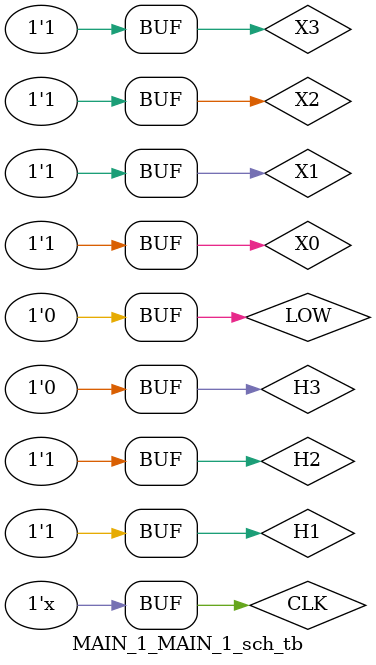
<source format=v>

`timescale 1ns / 1ps

module MAIN_1_MAIN_1_sch_tb();

// Inputs
   reg H3;
   reg H2;
   reg H1;
   reg LOW;
   reg CLK;
   reg X3;
   reg X2;
   reg X0;
   reg X1;

// Output
   wire BB;
   wire CC;
   wire AA;
   wire A;
   wire B;
   wire C;

// Bidirs

// Instantiate the UUT
   MAIN_1 UUT (
		.H3(H3), 
		.H2(H2), 
		.H1(H1), 
		.LOW(LOW), 
		.BB(BB), 
		.CC(CC), 
		.AA(AA), 
		.A(A), 
		.B(B), 
		.C(C), 
		.CLK(CLK), 
		.X3(X3), 
		.X2(X2), 
		.X0(X0), 
		.X1(X1)
   );
// Initialize Inputs
   initial begin
		LOW = 0;
		H3 = 0;
		H2 = 0;
		H1 = 0;
		X3 = 1;
		X2 = 1;
		X1 = 1;
		X0 = 1;
		CLK=1;
		
   end
	always begin
	#20;
	CLK=~CLK;
	end
	always begin
	H1=1;
	#2000;
	H1=0;
	#3000;
	H1=1;
	#1000;	
	end
	always begin
	H2=0;
	#3000;
	H2=1;
	#3000;
	end
	always begin
	H3=0;
	#1000;
	H3=1;
	#3000;
	H3=0;
	#2000;
	end

endmodule

</source>
